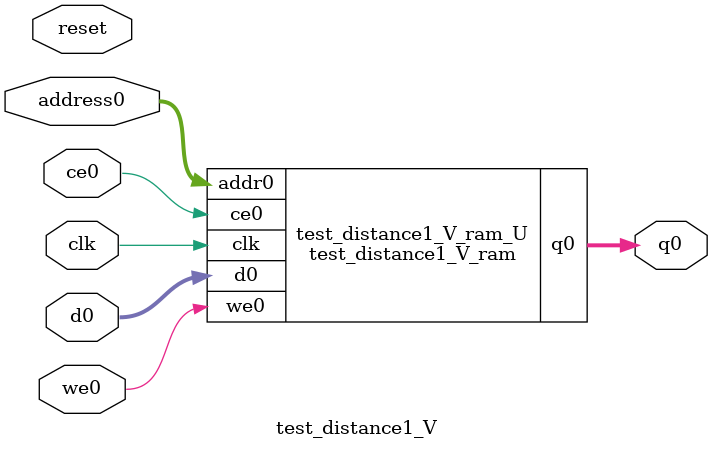
<source format=v>
`timescale 1 ns / 1 ps
module test_distance1_V_ram (addr0, ce0, d0, we0, q0,  clk);

parameter DWIDTH = 64;
parameter AWIDTH = 8;
parameter MEM_SIZE = 156;

input[AWIDTH-1:0] addr0;
input ce0;
input[DWIDTH-1:0] d0;
input we0;
output reg[DWIDTH-1:0] q0;
input clk;

(* ram_style = "block" *)reg [DWIDTH-1:0] ram[0:MEM_SIZE-1];




always @(posedge clk)  
begin 
    if (ce0) begin
        if (we0) 
            ram[addr0] <= d0; 
        q0 <= ram[addr0];
    end
end


endmodule

`timescale 1 ns / 1 ps
module test_distance1_V(
    reset,
    clk,
    address0,
    ce0,
    we0,
    d0,
    q0);

parameter DataWidth = 32'd64;
parameter AddressRange = 32'd156;
parameter AddressWidth = 32'd8;
input reset;
input clk;
input[AddressWidth - 1:0] address0;
input ce0;
input we0;
input[DataWidth - 1:0] d0;
output[DataWidth - 1:0] q0;



test_distance1_V_ram test_distance1_V_ram_U(
    .clk( clk ),
    .addr0( address0 ),
    .ce0( ce0 ),
    .we0( we0 ),
    .d0( d0 ),
    .q0( q0 ));

endmodule


</source>
